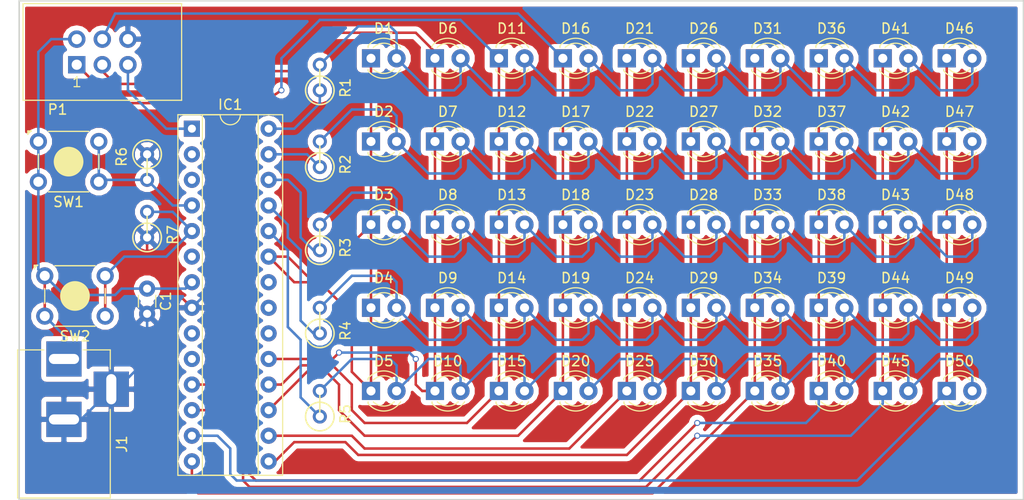
<source format=kicad_pcb>
(kicad_pcb (version 4) (host pcbnew 4.0.6)
  (layers (0 F.Cu signal) (31 B.Cu signal) (34 B.Paste user) (35 F.Paste user) (36 B.SilkS user) (37 F.SilkS user) (38 B.Mask user) (39 F.Mask user) (44 Edge.Cuts user))
  (net 0 "")
  (net 1 +5V)
  (net 2 GND)
  (net 3 col1)
  (net 4 "Net-(D1-Pad2)")
  (net 5 "Net-(D12-Pad2)")
  (net 6 "Net-(D13-Pad2)")
  (net 7 "Net-(D14-Pad2)")
  (net 8 "Net-(D10-Pad2)")
  (net 9 SCK)
  (net 10 MISO)
  (net 11 MOSI)
  (net 12 col5)
  (net 13 col6)
  (net 14 col7)
  (net 15 RST)
  (net 16 "Net-(IC1-Pad2)")
  (net 17 "Net-(IC1-Pad3)")
  (net 18 "Net-(IC1-Pad6)")
  (net 19 "Net-(IC1-Pad20)")
  (net 20 "Net-(IC1-Pad21)")
  (net 21 "Net-(IC1-Pad22)")
  (net 22 "Net-(IC1-Pad9)")
  (net 23 "Net-(IC1-Pad10)")
  (net 24 row5)
  (net 25 row4)
  (net 26 row3)
  (net 27 row2)
  (net 28 row1)
  (net 29 col8)
  (net 30 col9)
  (net 31 col10)
  (net 32 forward)
  (net 33 back)
  (module Connectors:IDC_Header_Straight_6pins (layer F.Cu) (at 60.325 39.37)
    (fp_text reference P1 (at -1.905 4.445) (layer F.SilkS))
    (fp_text value ICSP)
    (fp_text user 1 (at 0.02 1.72) (layer F.SilkS) (effects (font (thickness 0.12))))
    (pad 1 thru_hole rect (at 0 0) (size 1.7272 1.7272) (drill 1.016) (layers *.Cu *.Mask) (net 10 MISO))
    (pad 2 thru_hole oval (at 0 -2.54) (size 1.7272 1.7272) (drill 1.016) (layers *.Cu *.Mask) (net 1 +5V))
    (pad 3 thru_hole oval (at 2.54 0) (size 1.7272 1.7272) (drill 1.016) (layers *.Cu *.Mask) (net 9 SCK))
    (pad 4 thru_hole oval (at 2.54 -2.54) (size 1.7272 1.7272) (drill 1.016) (layers *.Cu *.Mask) (net 11 MOSI))
    (pad 5 thru_hole oval (at 5.08 0) (size 1.7272 1.7272) (drill 1.016) (layers *.Cu *.Mask) (net 15 RST))
    (pad 6 thru_hole oval (at 5.08 -2.54) (size 1.7272 1.7272) (drill 1.016) (layers *.Cu *.Mask) (net 2 GND))
  )
  (module LEDs:LED_D3.0mm (layer F.Cu) (at 89.535 38.735)
    (fp_text reference D1 (at 1.27 -2.96) (layer F.SilkS))
    (fp_text value LED)
    (pad 1 thru_hole rect (at 0 0) (size 1.8 1.8) (drill 0.9) (layers *.Cu *.Mask) (net 3 col1))
    (pad 2 thru_hole circle (at 2.54 0) (size 1.8 1.8) (drill 0.9) (layers *.Cu *.Mask) (net 4 "Net-(D1-Pad2)"))
  )
  (module LEDs:LED_D3.0mm (layer F.Cu) (at 89.535 46.99)
    (fp_text reference D2 (at 1.27 -2.96) (layer F.SilkS))
    (fp_text value LED)
    (pad 1 thru_hole rect (at 0 0) (size 1.8 1.8) (drill 0.9) (layers *.Cu *.Mask) (net 3 col1))
    (pad 2 thru_hole circle (at 2.54 0) (size 1.8 1.8) (drill 0.9) (layers *.Cu *.Mask) (net 5 "Net-(D12-Pad2)"))
  )
  (module LEDs:LED_D3.0mm (layer F.Cu) (at 89.535 55.245)
    (fp_text reference D3 (at 1.27 -2.96) (layer F.SilkS))
    (fp_text value LED)
    (pad 1 thru_hole rect (at 0 0) (size 1.8 1.8) (drill 0.9) (layers *.Cu *.Mask) (net 3 col1))
    (pad 2 thru_hole circle (at 2.54 0) (size 1.8 1.8) (drill 0.9) (layers *.Cu *.Mask) (net 6 "Net-(D13-Pad2)"))
  )
  (module LEDs:LED_D3.0mm (layer F.Cu) (at 89.535 63.5)
    (fp_text reference D4 (at 1.27 -2.96) (layer F.SilkS))
    (fp_text value LED)
    (pad 1 thru_hole rect (at 0 0) (size 1.8 1.8) (drill 0.9) (layers *.Cu *.Mask) (net 3 col1))
    (pad 2 thru_hole circle (at 2.54 0) (size 1.8 1.8) (drill 0.9) (layers *.Cu *.Mask) (net 7 "Net-(D14-Pad2)"))
  )
  (module LEDs:LED_D3.0mm (layer F.Cu) (at 89.535 71.755)
    (fp_text reference D5 (at 1.27 -2.96) (layer F.SilkS))
    (fp_text value LED)
    (pad 1 thru_hole rect (at 0 0) (size 1.8 1.8) (drill 0.9) (layers *.Cu *.Mask) (net 3 col1))
    (pad 2 thru_hole circle (at 2.54 0) (size 1.8 1.8) (drill 0.9) (layers *.Cu *.Mask) (net 8 "Net-(D10-Pad2)"))
  )
  (module LEDs:LED_D3.0mm (layer F.Cu) (at 95.885 38.735)
    (fp_text reference D6 (at 1.27 -2.96) (layer F.SilkS))
    (fp_text value LED)
    (pad 1 thru_hole rect (at 0 0) (size 1.8 1.8) (drill 0.9) (layers *.Cu *.Mask) (net 9 SCK))
    (pad 2 thru_hole circle (at 2.54 0) (size 1.8 1.8) (drill 0.9) (layers *.Cu *.Mask) (net 4 "Net-(D1-Pad2)"))
  )
  (module LEDs:LED_D3.0mm (layer F.Cu) (at 95.885 46.99)
    (fp_text reference D7 (at 1.27 -2.96) (layer F.SilkS))
    (fp_text value LED)
    (pad 1 thru_hole rect (at 0 0) (size 1.8 1.8) (drill 0.9) (layers *.Cu *.Mask) (net 9 SCK))
    (pad 2 thru_hole circle (at 2.54 0) (size 1.8 1.8) (drill 0.9) (layers *.Cu *.Mask) (net 5 "Net-(D12-Pad2)"))
  )
  (module LEDs:LED_D3.0mm (layer F.Cu) (at 95.885 55.245)
    (fp_text reference D8 (at 1.27 -2.96) (layer F.SilkS))
    (fp_text value LED)
    (pad 1 thru_hole rect (at 0 0) (size 1.8 1.8) (drill 0.9) (layers *.Cu *.Mask) (net 9 SCK))
    (pad 2 thru_hole circle (at 2.54 0) (size 1.8 1.8) (drill 0.9) (layers *.Cu *.Mask) (net 6 "Net-(D13-Pad2)"))
  )
  (module LEDs:LED_D3.0mm (layer F.Cu) (at 95.885 63.5)
    (fp_text reference D9 (at 1.27 -2.96) (layer F.SilkS))
    (fp_text value LED)
    (pad 1 thru_hole rect (at 0 0) (size 1.8 1.8) (drill 0.9) (layers *.Cu *.Mask) (net 9 SCK))
    (pad 2 thru_hole circle (at 2.54 0) (size 1.8 1.8) (drill 0.9) (layers *.Cu *.Mask) (net 7 "Net-(D14-Pad2)"))
  )
  (module LEDs:LED_D3.0mm (layer F.Cu) (at 95.885 71.755)
    (fp_text reference D10 (at 1.27 -2.96) (layer F.SilkS))
    (fp_text value LED)
    (pad 1 thru_hole rect (at 0 0) (size 1.8 1.8) (drill 0.9) (layers *.Cu *.Mask) (net 9 SCK))
    (pad 2 thru_hole circle (at 2.54 0) (size 1.8 1.8) (drill 0.9) (layers *.Cu *.Mask) (net 8 "Net-(D10-Pad2)"))
  )
  (module LEDs:LED_D3.0mm (layer F.Cu) (at 102.235 38.735)
    (fp_text reference D11 (at 1.27 -2.96) (layer F.SilkS))
    (fp_text value LED)
    (pad 1 thru_hole rect (at 0 0) (size 1.8 1.8) (drill 0.9) (layers *.Cu *.Mask) (net 10 MISO))
    (pad 2 thru_hole circle (at 2.54 0) (size 1.8 1.8) (drill 0.9) (layers *.Cu *.Mask) (net 4 "Net-(D1-Pad2)"))
  )
  (module LEDs:LED_D3.0mm (layer F.Cu) (at 102.235 46.99)
    (fp_text reference D12 (at 1.27 -2.96) (layer F.SilkS))
    (fp_text value LED)
    (pad 1 thru_hole rect (at 0 0) (size 1.8 1.8) (drill 0.9) (layers *.Cu *.Mask) (net 10 MISO))
    (pad 2 thru_hole circle (at 2.54 0) (size 1.8 1.8) (drill 0.9) (layers *.Cu *.Mask) (net 5 "Net-(D12-Pad2)"))
  )
  (module LEDs:LED_D3.0mm (layer F.Cu) (at 102.235 55.245)
    (fp_text reference D13 (at 1.27 -2.96) (layer F.SilkS))
    (fp_text value LED)
    (pad 1 thru_hole rect (at 0 0) (size 1.8 1.8) (drill 0.9) (layers *.Cu *.Mask) (net 10 MISO))
    (pad 2 thru_hole circle (at 2.54 0) (size 1.8 1.8) (drill 0.9) (layers *.Cu *.Mask) (net 6 "Net-(D13-Pad2)"))
  )
  (module LEDs:LED_D3.0mm (layer F.Cu) (at 102.235 63.5)
    (fp_text reference D14 (at 1.27 -2.96) (layer F.SilkS))
    (fp_text value LED)
    (pad 1 thru_hole rect (at 0 0) (size 1.8 1.8) (drill 0.9) (layers *.Cu *.Mask) (net 10 MISO))
    (pad 2 thru_hole circle (at 2.54 0) (size 1.8 1.8) (drill 0.9) (layers *.Cu *.Mask) (net 7 "Net-(D14-Pad2)"))
  )
  (module LEDs:LED_D3.0mm (layer F.Cu) (at 102.235 71.755)
    (fp_text reference D15 (at 1.27 -2.96) (layer F.SilkS))
    (fp_text value LED)
    (pad 1 thru_hole rect (at 0 0) (size 1.8 1.8) (drill 0.9) (layers *.Cu *.Mask) (net 10 MISO))
    (pad 2 thru_hole circle (at 2.54 0) (size 1.8 1.8) (drill 0.9) (layers *.Cu *.Mask) (net 8 "Net-(D10-Pad2)"))
  )
  (module LEDs:LED_D3.0mm (layer F.Cu) (at 108.585 38.735)
    (fp_text reference D16 (at 1.27 -2.96) (layer F.SilkS))
    (fp_text value LED)
    (pad 1 thru_hole rect (at 0 0) (size 1.8 1.8) (drill 0.9) (layers *.Cu *.Mask) (net 11 MOSI))
    (pad 2 thru_hole circle (at 2.54 0) (size 1.8 1.8) (drill 0.9) (layers *.Cu *.Mask) (net 4 "Net-(D1-Pad2)"))
  )
  (module LEDs:LED_D3.0mm (layer F.Cu) (at 108.585 46.99)
    (fp_text reference D17 (at 1.27 -2.96) (layer F.SilkS))
    (fp_text value LED)
    (pad 1 thru_hole rect (at 0 0) (size 1.8 1.8) (drill 0.9) (layers *.Cu *.Mask) (net 11 MOSI))
    (pad 2 thru_hole circle (at 2.54 0) (size 1.8 1.8) (drill 0.9) (layers *.Cu *.Mask) (net 5 "Net-(D12-Pad2)"))
  )
  (module LEDs:LED_D3.0mm (layer F.Cu) (at 108.585 55.245)
    (fp_text reference D18 (at 1.27 -2.96) (layer F.SilkS))
    (fp_text value LED)
    (pad 1 thru_hole rect (at 0 0) (size 1.8 1.8) (drill 0.9) (layers *.Cu *.Mask) (net 11 MOSI))
    (pad 2 thru_hole circle (at 2.54 0) (size 1.8 1.8) (drill 0.9) (layers *.Cu *.Mask) (net 6 "Net-(D13-Pad2)"))
  )
  (module LEDs:LED_D3.0mm (layer F.Cu) (at 108.585 63.5)
    (fp_text reference D19 (at 1.27 -2.96) (layer F.SilkS))
    (fp_text value LED)
    (pad 1 thru_hole rect (at 0 0) (size 1.8 1.8) (drill 0.9) (layers *.Cu *.Mask) (net 11 MOSI))
    (pad 2 thru_hole circle (at 2.54 0) (size 1.8 1.8) (drill 0.9) (layers *.Cu *.Mask) (net 7 "Net-(D14-Pad2)"))
  )
  (module LEDs:LED_D3.0mm (layer F.Cu) (at 108.585 71.755)
    (fp_text reference D20 (at 1.27 -2.96) (layer F.SilkS))
    (fp_text value LED)
    (pad 1 thru_hole rect (at 0 0) (size 1.8 1.8) (drill 0.9) (layers *.Cu *.Mask) (net 11 MOSI))
    (pad 2 thru_hole circle (at 2.54 0) (size 1.8 1.8) (drill 0.9) (layers *.Cu *.Mask) (net 8 "Net-(D10-Pad2)"))
  )
  (module LEDs:LED_D3.0mm (layer F.Cu) (at 114.935 38.735)
    (fp_text reference D21 (at 1.27 -2.96) (layer F.SilkS))
    (fp_text value LED)
    (pad 1 thru_hole rect (at 0 0) (size 1.8 1.8) (drill 0.9) (layers *.Cu *.Mask) (net 12 col5))
    (pad 2 thru_hole circle (at 2.54 0) (size 1.8 1.8) (drill 0.9) (layers *.Cu *.Mask) (net 4 "Net-(D1-Pad2)"))
  )
  (module LEDs:LED_D3.0mm (layer F.Cu) (at 114.935 46.99)
    (fp_text reference D22 (at 1.27 -2.96) (layer F.SilkS))
    (fp_text value LED)
    (pad 1 thru_hole rect (at 0 0) (size 1.8 1.8) (drill 0.9) (layers *.Cu *.Mask) (net 12 col5))
    (pad 2 thru_hole circle (at 2.54 0) (size 1.8 1.8) (drill 0.9) (layers *.Cu *.Mask) (net 5 "Net-(D12-Pad2)"))
  )
  (module LEDs:LED_D3.0mm (layer F.Cu) (at 114.935 55.245)
    (fp_text reference D23 (at 1.27 -2.96) (layer F.SilkS))
    (fp_text value LED)
    (pad 1 thru_hole rect (at 0 0) (size 1.8 1.8) (drill 0.9) (layers *.Cu *.Mask) (net 12 col5))
    (pad 2 thru_hole circle (at 2.54 0) (size 1.8 1.8) (drill 0.9) (layers *.Cu *.Mask) (net 6 "Net-(D13-Pad2)"))
  )
  (module LEDs:LED_D3.0mm (layer F.Cu) (at 114.935 63.5)
    (fp_text reference D24 (at 1.27 -2.96) (layer F.SilkS))
    (fp_text value LED)
    (pad 1 thru_hole rect (at 0 0) (size 1.8 1.8) (drill 0.9) (layers *.Cu *.Mask) (net 12 col5))
    (pad 2 thru_hole circle (at 2.54 0) (size 1.8 1.8) (drill 0.9) (layers *.Cu *.Mask) (net 7 "Net-(D14-Pad2)"))
  )
  (module LEDs:LED_D3.0mm (layer F.Cu) (at 114.935 71.755)
    (fp_text reference D25 (at 1.27 -2.96) (layer F.SilkS))
    (fp_text value LED)
    (pad 1 thru_hole rect (at 0 0) (size 1.8 1.8) (drill 0.9) (layers *.Cu *.Mask) (net 12 col5))
    (pad 2 thru_hole circle (at 2.54 0) (size 1.8 1.8) (drill 0.9) (layers *.Cu *.Mask) (net 8 "Net-(D10-Pad2)"))
  )
  (module LEDs:LED_D3.0mm (layer F.Cu) (at 121.285 38.735)
    (fp_text reference D26 (at 1.27 -2.96) (layer F.SilkS))
    (fp_text value LED)
    (pad 1 thru_hole rect (at 0 0) (size 1.8 1.8) (drill 0.9) (layers *.Cu *.Mask) (net 13 col6))
    (pad 2 thru_hole circle (at 2.54 0) (size 1.8 1.8) (drill 0.9) (layers *.Cu *.Mask) (net 4 "Net-(D1-Pad2)"))
  )
  (module LEDs:LED_D3.0mm (layer F.Cu) (at 121.285 46.99)
    (fp_text reference D27 (at 1.27 -2.96) (layer F.SilkS))
    (fp_text value LED)
    (pad 1 thru_hole rect (at 0 0) (size 1.8 1.8) (drill 0.9) (layers *.Cu *.Mask) (net 13 col6))
    (pad 2 thru_hole circle (at 2.54 0) (size 1.8 1.8) (drill 0.9) (layers *.Cu *.Mask) (net 5 "Net-(D12-Pad2)"))
  )
  (module LEDs:LED_D3.0mm (layer F.Cu) (at 121.285 55.245)
    (fp_text reference D28 (at 1.27 -2.96) (layer F.SilkS))
    (fp_text value LED)
    (pad 1 thru_hole rect (at 0 0) (size 1.8 1.8) (drill 0.9) (layers *.Cu *.Mask) (net 13 col6))
    (pad 2 thru_hole circle (at 2.54 0) (size 1.8 1.8) (drill 0.9) (layers *.Cu *.Mask) (net 6 "Net-(D13-Pad2)"))
  )
  (module LEDs:LED_D3.0mm (layer F.Cu) (at 121.285 63.5)
    (fp_text reference D29 (at 1.27 -2.96) (layer F.SilkS))
    (fp_text value LED)
    (pad 1 thru_hole rect (at 0 0) (size 1.8 1.8) (drill 0.9) (layers *.Cu *.Mask) (net 13 col6))
    (pad 2 thru_hole circle (at 2.54 0) (size 1.8 1.8) (drill 0.9) (layers *.Cu *.Mask) (net 7 "Net-(D14-Pad2)"))
  )
  (module LEDs:LED_D3.0mm (layer F.Cu) (at 121.285 71.755)
    (fp_text reference D30 (at 1.27 -2.96) (layer F.SilkS))
    (fp_text value LED)
    (pad 1 thru_hole rect (at 0 0) (size 1.8 1.8) (drill 0.9) (layers *.Cu *.Mask) (net 13 col6))
    (pad 2 thru_hole circle (at 2.54 0) (size 1.8 1.8) (drill 0.9) (layers *.Cu *.Mask) (net 8 "Net-(D10-Pad2)"))
  )
  (module LEDs:LED_D3.0mm (layer F.Cu) (at 127.635 38.735)
    (fp_text reference D31 (at 1.27 -2.96) (layer F.SilkS))
    (fp_text value LED)
    (pad 1 thru_hole rect (at 0 0) (size 1.8 1.8) (drill 0.9) (layers *.Cu *.Mask) (net 14 col7))
    (pad 2 thru_hole circle (at 2.54 0) (size 1.8 1.8) (drill 0.9) (layers *.Cu *.Mask) (net 4 "Net-(D1-Pad2)"))
  )
  (module LEDs:LED_D3.0mm (layer F.Cu) (at 127.635 46.99)
    (fp_text reference D32 (at 1.27 -2.96) (layer F.SilkS))
    (fp_text value LED)
    (pad 1 thru_hole rect (at 0 0) (size 1.8 1.8) (drill 0.9) (layers *.Cu *.Mask) (net 14 col7))
    (pad 2 thru_hole circle (at 2.54 0) (size 1.8 1.8) (drill 0.9) (layers *.Cu *.Mask) (net 5 "Net-(D12-Pad2)"))
  )
  (module LEDs:LED_D3.0mm (layer F.Cu) (at 127.635 55.245)
    (fp_text reference D33 (at 1.27 -2.96) (layer F.SilkS))
    (fp_text value LED)
    (pad 1 thru_hole rect (at 0 0) (size 1.8 1.8) (drill 0.9) (layers *.Cu *.Mask) (net 14 col7))
    (pad 2 thru_hole circle (at 2.54 0) (size 1.8 1.8) (drill 0.9) (layers *.Cu *.Mask) (net 6 "Net-(D13-Pad2)"))
  )
  (module LEDs:LED_D3.0mm (layer F.Cu) (at 127.635 63.5)
    (fp_text reference D34 (at 1.27 -2.96) (layer F.SilkS))
    (fp_text value LED)
    (pad 1 thru_hole rect (at 0 0) (size 1.8 1.8) (drill 0.9) (layers *.Cu *.Mask) (net 14 col7))
    (pad 2 thru_hole circle (at 2.54 0) (size 1.8 1.8) (drill 0.9) (layers *.Cu *.Mask) (net 7 "Net-(D14-Pad2)"))
  )
  (module LEDs:LED_D3.0mm (layer F.Cu) (at 127.635 71.755)
    (fp_text reference D35 (at 1.27 -2.96) (layer F.SilkS))
    (fp_text value LED)
    (pad 1 thru_hole rect (at 0 0) (size 1.8 1.8) (drill 0.9) (layers *.Cu *.Mask) (net 14 col7))
    (pad 2 thru_hole circle (at 2.54 0) (size 1.8 1.8) (drill 0.9) (layers *.Cu *.Mask) (net 8 "Net-(D10-Pad2)"))
  )
  (module LEDs:LED_D3.0mm (layer F.Cu) (at 133.985 38.735)
    (fp_text reference D36 (at 1.27 -2.96) (layer F.SilkS))
    (fp_text value LED)
    (pad 1 thru_hole rect (at 0 0) (size 1.8 1.8) (drill 0.9) (layers *.Cu *.Mask) (net 29 col8))
    (pad 2 thru_hole circle (at 2.54 0) (size 1.8 1.8) (drill 0.9) (layers *.Cu *.Mask) (net 4 "Net-(D1-Pad2)"))
  )
  (module LEDs:LED_D3.0mm (layer F.Cu) (at 133.985 46.99)
    (fp_text reference D37 (at 1.27 -2.96) (layer F.SilkS))
    (fp_text value LED)
    (pad 1 thru_hole rect (at 0 0) (size 1.8 1.8) (drill 0.9) (layers *.Cu *.Mask) (net 29 col8))
    (pad 2 thru_hole circle (at 2.54 0) (size 1.8 1.8) (drill 0.9) (layers *.Cu *.Mask) (net 5 "Net-(D12-Pad2)"))
  )
  (module LEDs:LED_D3.0mm (layer F.Cu) (at 133.985 55.245)
    (fp_text reference D38 (at 1.27 -2.96) (layer F.SilkS))
    (fp_text value LED)
    (pad 1 thru_hole rect (at 0 0) (size 1.8 1.8) (drill 0.9) (layers *.Cu *.Mask) (net 29 col8))
    (pad 2 thru_hole circle (at 2.54 0) (size 1.8 1.8) (drill 0.9) (layers *.Cu *.Mask) (net 6 "Net-(D13-Pad2)"))
  )
  (module LEDs:LED_D3.0mm (layer F.Cu) (at 133.985 63.5)
    (fp_text reference D39 (at 1.27 -2.96) (layer F.SilkS))
    (fp_text value LED)
    (pad 1 thru_hole rect (at 0 0) (size 1.8 1.8) (drill 0.9) (layers *.Cu *.Mask) (net 29 col8))
    (pad 2 thru_hole circle (at 2.54 0) (size 1.8 1.8) (drill 0.9) (layers *.Cu *.Mask) (net 7 "Net-(D14-Pad2)"))
  )
  (module LEDs:LED_D3.0mm (layer F.Cu) (at 133.985 71.755)
    (fp_text reference D40 (at 1.27 -2.96) (layer F.SilkS))
    (fp_text value LED)
    (pad 1 thru_hole rect (at 0 0) (size 1.8 1.8) (drill 0.9) (layers *.Cu *.Mask) (net 29 col8))
    (pad 2 thru_hole circle (at 2.54 0) (size 1.8 1.8) (drill 0.9) (layers *.Cu *.Mask) (net 8 "Net-(D10-Pad2)"))
  )
  (module LEDs:LED_D3.0mm (layer F.Cu) (at 140.335 38.735)
    (fp_text reference D41 (at 1.27 -2.96) (layer F.SilkS))
    (fp_text value LED)
    (pad 1 thru_hole rect (at 0 0) (size 1.8 1.8) (drill 0.9) (layers *.Cu *.Mask) (net 30 col9))
    (pad 2 thru_hole circle (at 2.54 0) (size 1.8 1.8) (drill 0.9) (layers *.Cu *.Mask) (net 4 "Net-(D1-Pad2)"))
  )
  (module LEDs:LED_D3.0mm (layer F.Cu) (at 140.335 46.99)
    (fp_text reference D42 (at 1.27 -2.96) (layer F.SilkS))
    (fp_text value LED)
    (pad 1 thru_hole rect (at 0 0) (size 1.8 1.8) (drill 0.9) (layers *.Cu *.Mask) (net 30 col9))
    (pad 2 thru_hole circle (at 2.54 0) (size 1.8 1.8) (drill 0.9) (layers *.Cu *.Mask) (net 5 "Net-(D12-Pad2)"))
  )
  (module LEDs:LED_D3.0mm (layer F.Cu) (at 140.335 55.245)
    (fp_text reference D43 (at 1.27 -2.96) (layer F.SilkS))
    (fp_text value LED)
    (pad 1 thru_hole rect (at 0 0) (size 1.8 1.8) (drill 0.9) (layers *.Cu *.Mask) (net 30 col9))
    (pad 2 thru_hole circle (at 2.54 0) (size 1.8 1.8) (drill 0.9) (layers *.Cu *.Mask) (net 6 "Net-(D13-Pad2)"))
  )
  (module LEDs:LED_D3.0mm (layer F.Cu) (at 140.335 63.5)
    (fp_text reference D44 (at 1.27 -2.96) (layer F.SilkS))
    (fp_text value LED)
    (pad 1 thru_hole rect (at 0 0) (size 1.8 1.8) (drill 0.9) (layers *.Cu *.Mask) (net 30 col9))
    (pad 2 thru_hole circle (at 2.54 0) (size 1.8 1.8) (drill 0.9) (layers *.Cu *.Mask) (net 7 "Net-(D14-Pad2)"))
  )
  (module LEDs:LED_D3.0mm (layer F.Cu) (at 140.335 71.755)
    (fp_text reference D45 (at 1.27 -2.96) (layer F.SilkS))
    (fp_text value LED)
    (pad 1 thru_hole rect (at 0 0) (size 1.8 1.8) (drill 0.9) (layers *.Cu *.Mask) (net 30 col9))
    (pad 2 thru_hole circle (at 2.54 0) (size 1.8 1.8) (drill 0.9) (layers *.Cu *.Mask) (net 8 "Net-(D10-Pad2)"))
  )
  (module LEDs:LED_D3.0mm (layer F.Cu) (at 146.685 38.735)
    (fp_text reference D46 (at 1.27 -2.96) (layer F.SilkS))
    (fp_text value LED)
    (pad 1 thru_hole rect (at 0 0) (size 1.8 1.8) (drill 0.9) (layers *.Cu *.Mask) (net 31 col10))
    (pad 2 thru_hole circle (at 2.54 0) (size 1.8 1.8) (drill 0.9) (layers *.Cu *.Mask) (net 4 "Net-(D1-Pad2)"))
  )
  (module LEDs:LED_D3.0mm (layer F.Cu) (at 146.685 46.99)
    (fp_text reference D47 (at 1.27 -2.96) (layer F.SilkS))
    (fp_text value LED)
    (pad 1 thru_hole rect (at 0 0) (size 1.8 1.8) (drill 0.9) (layers *.Cu *.Mask) (net 31 col10))
    (pad 2 thru_hole circle (at 2.54 0) (size 1.8 1.8) (drill 0.9) (layers *.Cu *.Mask) (net 5 "Net-(D12-Pad2)"))
  )
  (module LEDs:LED_D3.0mm (layer F.Cu) (at 146.685 55.245)
    (fp_text reference D48 (at 1.27 -2.96) (layer F.SilkS))
    (fp_text value LED)
    (pad 1 thru_hole rect (at 0 0) (size 1.8 1.8) (drill 0.9) (layers *.Cu *.Mask) (net 31 col10))
    (pad 2 thru_hole circle (at 2.54 0) (size 1.8 1.8) (drill 0.9) (layers *.Cu *.Mask) (net 6 "Net-(D13-Pad2)"))
  )
  (module LEDs:LED_D3.0mm (layer F.Cu) (at 146.685 63.5)
    (fp_text reference D49 (at 1.27 -2.96) (layer F.SilkS))
    (fp_text value LED)
    (pad 1 thru_hole rect (at 0 0) (size 1.8 1.8) (drill 0.9) (layers *.Cu *.Mask) (net 31 col10))
    (pad 2 thru_hole circle (at 2.54 0) (size 1.8 1.8) (drill 0.9) (layers *.Cu *.Mask) (net 7 "Net-(D14-Pad2)"))
  )
  (module LEDs:LED_D3.0mm (layer F.Cu) (at 146.685 71.755)
    (fp_text reference D50 (at 1.27 -2.96) (layer F.SilkS))
    (fp_text value LED)
    (pad 1 thru_hole rect (at 0 0) (size 1.8 1.8) (drill 0.9) (layers *.Cu *.Mask) (net 31 col10))
    (pad 2 thru_hole circle (at 2.54 0) (size 1.8 1.8) (drill 0.9) (layers *.Cu *.Mask) (net 8 "Net-(D10-Pad2)"))
  )
  (module Housings_DIP:DIP-28_W7.62mm_Socket (layer F.Cu) (at 71.755 45.72)
    (fp_text reference IC1 (at 3.81 -2.39) (layer F.SilkS))
    (fp_text value ATMEGA8-P)
    (pad 1 thru_hole rect (at 0 0) (size 1.6 1.6) (drill 0.8) (layers *.Cu *.Mask) (net 15 RST))
    (pad 15 thru_hole oval (at 7.62 33.02) (size 1.6 1.6) (drill 0.8) (layers *.Cu *.Mask) (net 13 col6))
    (pad 2 thru_hole oval (at 0 2.54) (size 1.6 1.6) (drill 0.8) (layers *.Cu *.Mask) (net 16 "Net-(IC1-Pad2)"))
    (pad 16 thru_hole oval (at 7.62 30.48) (size 1.6 1.6) (drill 0.8) (layers *.Cu *.Mask) (net 12 col5))
    (pad 3 thru_hole oval (at 0 5.08) (size 1.6 1.6) (drill 0.8) (layers *.Cu *.Mask) (net 17 "Net-(IC1-Pad3)"))
    (pad 17 thru_hole oval (at 7.62 27.94) (size 1.6 1.6) (drill 0.8) (layers *.Cu *.Mask) (net 11 MOSI))
    (pad 4 thru_hole oval (at 0 7.62) (size 1.6 1.6) (drill 0.8) (layers *.Cu *.Mask) (net 32 forward))
    (pad 18 thru_hole oval (at 7.62 25.4) (size 1.6 1.6) (drill 0.8) (layers *.Cu *.Mask) (net 10 MISO))
    (pad 5 thru_hole oval (at 0 10.16) (size 1.6 1.6) (drill 0.8) (layers *.Cu *.Mask) (net 33 back))
    (pad 19 thru_hole oval (at 7.62 22.86) (size 1.6 1.6) (drill 0.8) (layers *.Cu *.Mask) (net 9 SCK))
    (pad 6 thru_hole oval (at 0 12.7) (size 1.6 1.6) (drill 0.8) (layers *.Cu *.Mask) (net 18 "Net-(IC1-Pad6)"))
    (pad 20 thru_hole oval (at 7.62 20.32) (size 1.6 1.6) (drill 0.8) (layers *.Cu *.Mask) (net 19 "Net-(IC1-Pad20)"))
    (pad 7 thru_hole oval (at 0 15.24) (size 1.6 1.6) (drill 0.8) (layers *.Cu *.Mask) (net 1 +5V))
    (pad 21 thru_hole oval (at 7.62 17.78) (size 1.6 1.6) (drill 0.8) (layers *.Cu *.Mask) (net 20 "Net-(IC1-Pad21)"))
    (pad 8 thru_hole oval (at 0 17.78) (size 1.6 1.6) (drill 0.8) (layers *.Cu *.Mask) (net 2 GND))
    (pad 22 thru_hole oval (at 7.62 15.24) (size 1.6 1.6) (drill 0.8) (layers *.Cu *.Mask) (net 21 "Net-(IC1-Pad22)"))
    (pad 9 thru_hole oval (at 0 20.32) (size 1.6 1.6) (drill 0.8) (layers *.Cu *.Mask) (net 22 "Net-(IC1-Pad9)"))
    (pad 23 thru_hole oval (at 7.62 12.7) (size 1.6 1.6) (drill 0.8) (layers *.Cu *.Mask) (net 3 col1))
    (pad 10 thru_hole oval (at 0 22.86) (size 1.6 1.6) (drill 0.8) (layers *.Cu *.Mask) (net 23 "Net-(IC1-Pad10)"))
    (pad 24 thru_hole oval (at 7.62 10.16) (size 1.6 1.6) (drill 0.8) (layers *.Cu *.Mask) (net 24 row5))
    (pad 11 thru_hole oval (at 0 25.4) (size 1.6 1.6) (drill 0.8) (layers *.Cu *.Mask) (net 29 col8))
    (pad 25 thru_hole oval (at 7.62 7.62) (size 1.6 1.6) (drill 0.8) (layers *.Cu *.Mask) (net 25 row4))
    (pad 12 thru_hole oval (at 0 27.94) (size 1.6 1.6) (drill 0.8) (layers *.Cu *.Mask) (net 30 col9))
    (pad 26 thru_hole oval (at 7.62 5.08) (size 1.6 1.6) (drill 0.8) (layers *.Cu *.Mask) (net 26 row3))
    (pad 13 thru_hole oval (at 0 30.48) (size 1.6 1.6) (drill 0.8) (layers *.Cu *.Mask) (net 31 col10))
    (pad 27 thru_hole oval (at 7.62 2.54) (size 1.6 1.6) (drill 0.8) (layers *.Cu *.Mask) (net 27 row2))
    (pad 14 thru_hole oval (at 0 33.02) (size 1.6 1.6) (drill 0.8) (layers *.Cu *.Mask) (net 14 col7))
    (pad 28 thru_hole oval (at 7.62 0) (size 1.6 1.6) (drill 0.8) (layers *.Cu *.Mask) (net 28 row1))
  )
  (module Buttons_Switches_THT:SW_TH_Tactile_Omron_B3F-10xx (layer F.Cu) (at 56.515 46.99)
    (fp_text reference SW1 (at 3 6) (layer F.SilkS))
    (fp_text value next)
    (pad 4 thru_hole circle (at 6 4) (size 1.7 1.7) (drill 1) (layers *.Cu *.Mask) (net 32 forward))
    (pad 3 thru_hole circle (at 0 4) (size 1.7 1.7) (drill 1) (layers *.Cu *.Mask) (net 1 +5V))
    (pad 2 thru_hole circle (at 6 0) (size 1.7 1.7) (drill 1) (layers *.Cu *.Mask) (net 32 forward))
    (pad 1 thru_hole circle (at 0 0) (size 1.7 1.7) (drill 1) (layers *.Cu *.Mask) (net 1 +5V))
  )
  (module Buttons_Switches_THT:SW_TH_Tactile_Omron_B3F-10xx (layer F.Cu) (at 57.15 60.325)
    (fp_text reference SW2 (at 3 6) (layer F.SilkS))
    (fp_text value prev)
    (pad 4 thru_hole circle (at 6 4) (size 1.7 1.7) (drill 1) (layers *.Cu *.Mask) (net 33 back))
    (pad 3 thru_hole circle (at 0 4) (size 1.7 1.7) (drill 1) (layers *.Cu *.Mask) (net 1 +5V))
    (pad 2 thru_hole circle (at 6 0) (size 1.7 1.7) (drill 1) (layers *.Cu *.Mask) (net 33 back))
    (pad 1 thru_hole circle (at 0 0) (size 1.7 1.7) (drill 1) (layers *.Cu *.Mask) (net 1 +5V))
  )
  (module Discret:R1 (layer F.Cu) (at 84.455 40.64 90)
    (fp_text reference R1 (at -1.016 2.54 90) (layer F.SilkS))
    (fp_text value 220)
    (pad 1 thru_hole circle (at -1.27 0 90) (size 1.397 1.397) (drill 0.8128) (layers *.Cu *.Mask) (net 28 row1))
    (pad 2 thru_hole circle (at 1.27 0 90) (size 1.397 1.397) (drill 0.8128) (layers *.Cu *.Mask) (net 4 "Net-(D1-Pad2)"))
  )
  (module Discret:R1 (layer F.Cu) (at 84.455 48.26 90)
    (fp_text reference R2 (at -1.016 2.54 90) (layer F.SilkS))
    (fp_text value 220)
    (pad 1 thru_hole circle (at -1.27 0 90) (size 1.397 1.397) (drill 0.8128) (layers *.Cu *.Mask) (net 27 row2))
    (pad 2 thru_hole circle (at 1.27 0 90) (size 1.397 1.397) (drill 0.8128) (layers *.Cu *.Mask) (net 5 "Net-(D12-Pad2)"))
  )
  (module Discret:R1 (layer F.Cu) (at 84.455 56.515 90)
    (fp_text reference R3 (at -1.016 2.54 90) (layer F.SilkS))
    (fp_text value 220)
    (pad 1 thru_hole circle (at -1.27 0 90) (size 1.397 1.397) (drill 0.8128) (layers *.Cu *.Mask) (net 26 row3))
    (pad 2 thru_hole circle (at 1.27 0 90) (size 1.397 1.397) (drill 0.8128) (layers *.Cu *.Mask) (net 6 "Net-(D13-Pad2)"))
  )
  (module Discret:R1 (layer F.Cu) (at 84.455 64.77 90)
    (fp_text reference R4 (at -1.016 2.54 90) (layer F.SilkS))
    (fp_text value 220)
    (pad 1 thru_hole circle (at -1.27 0 90) (size 1.397 1.397) (drill 0.8128) (layers *.Cu *.Mask) (net 25 row4))
    (pad 2 thru_hole circle (at 1.27 0 90) (size 1.397 1.397) (drill 0.8128) (layers *.Cu *.Mask) (net 7 "Net-(D14-Pad2)"))
  )
  (module Discret:R1 (layer F.Cu) (at 84.455 73.025 90)
    (fp_text reference R5 (at -1.016 2.54 90) (layer F.SilkS))
    (fp_text value 220)
    (pad 1 thru_hole circle (at -1.27 0 90) (size 1.397 1.397) (drill 0.8128) (layers *.Cu *.Mask) (net 24 row5))
    (pad 2 thru_hole circle (at 1.27 0 90) (size 1.397 1.397) (drill 0.8128) (layers *.Cu *.Mask) (net 8 "Net-(D10-Pad2)"))
  )
  (module Discret:R1 (layer F.Cu) (at 67.31 49.53 270)
    (fp_text reference R6 (at -1.016 2.54 270) (layer F.SilkS))
    (fp_text value 1k)
    (pad 1 thru_hole circle (at -1.27 0 270) (size 1.397 1.397) (drill 0.8128) (layers *.Cu *.Mask) (net 2 GND))
    (pad 2 thru_hole circle (at 1.27 0 270) (size 1.397 1.397) (drill 0.8128) (layers *.Cu *.Mask) (net 32 forward))
  )
  (module Discret:R1 (layer F.Cu) (at 67.31 55.245 90)
    (fp_text reference R7 (at -1.016 2.54 90) (layer F.SilkS))
    (fp_text value 1k)
    (pad 1 thru_hole circle (at -1.27 0 90) (size 1.397 1.397) (drill 0.8128) (layers *.Cu *.Mask) (net 2 GND))
    (pad 2 thru_hole circle (at 1.27 0 90) (size 1.397 1.397) (drill 0.8128) (layers *.Cu *.Mask) (net 33 back))
  )
  (module Capacitors_THT:C_Disc_D3.0mm_W1.6mm_P2.50mm (layer F.Cu) (at 67.31 61.595 270)
    (fp_text reference C1 (at 1.25 -1.86 270) (layer F.SilkS))
    (fp_text value 0.1uF)
    (pad 1 thru_hole circle (at 0 0 270) (size 1.6 1.6) (drill 0.8) (layers *.Cu *.Mask) (net 1 +5V))
    (pad 2 thru_hole circle (at 2.5 0 270) (size 1.6 1.6) (drill 0.8) (layers *.Cu *.Mask) (net 2 GND))
  )
  (module Connectors:BARREL_JACK (layer F.Cu) (at 59.055 68.58 90)
    (fp_text reference J1 (at -8.45 5.75 270) (layer F.SilkS))
    (fp_text value BARREL_JACK)
    (pad 1 thru_hole rect (at 0 0 90) (size 3.5 3.5) (drill oval 1 3) (layers *.Cu *.Mask) (net 1 +5V))
    (pad 2 thru_hole rect (at -6 0 90) (size 3.5 3.5) (drill oval 1 3) (layers *.Cu *.Mask) (net 2 GND))
    (pad 3 thru_hole rect (at -3 4.7 90) (size 3.5 3.5) (drill oval 3 1) (layers *.Cu *.Mask) (net 2 GND))
  )
  (gr_line (start 54.61 82.55) (end 54.61 33.02) (angle 90) (layer Edge.Cuts) (width 0.15))
  (gr_line (start 154.305 82.55) (end 54.61 82.55) (angle 90) (layer Edge.Cuts) (width 0.15))
  (gr_line (start 154.305 33.02) (end 154.305 82.55) (angle 90) (layer Edge.Cuts) (width 0.15))
  (gr_line (start 54.61 33.02) (end 154.305 33.02) (angle 90) (layer Edge.Cuts) (width 0.15))
  (segment (start 60.325 36.83) (end 57.785 36.83) (width 0.25) (layer B.Cu) (net 1))
  (segment (start 57.785 36.83) (end 56.515 38.1) (width 0.25) (layer B.Cu) (net 1))
  (segment (start 59.055 68.58) (end 59.055 66.23) (width 0.25) (layer B.Cu) (net 1))
  (segment (start 59.055 66.23) (end 57.15 64.325) (width 0.25) (layer B.Cu) (net 1))
  (segment (start 56.515 46.99) (end 56.515 38.1) (width 0.25) (layer B.Cu) (net 1))
  (segment (start 56.515 50.99) (end 56.515 59.69) (width 0.25) (layer B.Cu) (net 1))
  (segment (start 56.515 59.69) (end 57.15 60.325) (width 0.25) (layer B.Cu) (net 1))
  (segment (start 56.515 50.99) (end 56.515 46.99) (width 0.25) (layer B.Cu) (net 1))
  (segment (start 57.15 60.325) (end 57.15 64.325) (width 0.25) (layer F.Cu) (net 1))
  (segment (start 67.31 61.595) (end 64.77 61.595) (width 0.25) (layer B.Cu) (net 1))
  (segment (start 64.77 61.595) (end 64.135 62.23) (width 0.25) (layer B.Cu) (net 1))
  (segment (start 64.135 62.23) (end 59.055 62.23) (width 0.25) (layer B.Cu) (net 1))
  (segment (start 59.055 62.23) (end 57.15 60.325) (width 0.25) (layer B.Cu) (net 1))
  (segment (start 67.31 61.595) (end 71.12 61.595) (width 0.25) (layer B.Cu) (net 1))
  (segment (start 71.12 61.595) (end 71.755 60.96) (width 0.25) (layer B.Cu) (net 1))
  (segment (start 65.405 36.83) (end 69.215 36.83) (width 0.25) (layer B.Cu) (net 2))
  (segment (start 63.755 71.58) (end 64.31 71.58) (width 0.25) (layer B.Cu) (net 2))
  (segment (start 64.31 71.58) (end 67.31 68.58) (width 0.25) (layer B.Cu) (net 2))
  (segment (start 67.31 68.58) (end 67.31 64.095) (width 0.25) (layer B.Cu) (net 2))
  (segment (start 59.055 74.58) (end 60.755 74.58) (width 0.25) (layer B.Cu) (net 2))
  (segment (start 60.755 74.58) (end 63.755 71.58) (width 0.25) (layer B.Cu) (net 2))
  (segment (start 74.295 60.96) (end 71.755 63.5) (width 0.25) (layer B.Cu) (net 2))
  (segment (start 74.295 41.91) (end 74.295 60.96) (width 0.25) (layer B.Cu) (net 2))
  (segment (start 69.215 36.83) (end 74.295 41.91) (width 0.25) (layer B.Cu) (net 2))
  (segment (start 65.405 36.83) (end 66.04 36.83) (width 0.25) (layer B.Cu) (net 2))
  (segment (start 67.31 56.515) (end 69.215 54.61) (width 0.25) (layer F.Cu) (net 2))
  (segment (start 69.215 50.165) (end 67.31 48.26) (width 0.25) (layer F.Cu) (net 2))
  (segment (start 69.215 54.61) (end 69.215 50.165) (width 0.25) (layer F.Cu) (net 2))
  (segment (start 67.31 56.515) (end 67.31 58.42) (width 0.25) (layer F.Cu) (net 2))
  (segment (start 67.31 58.42) (end 69.215 60.325) (width 0.25) (layer F.Cu) (net 2))
  (segment (start 69.215 60.325) (end 69.215 60.96) (width 0.25) (layer F.Cu) (net 2))
  (segment (start 69.215 60.96) (end 71.755 63.5) (width 0.25) (layer F.Cu) (net 2))
  (segment (start 71.755 63.5) (end 67.905 63.5) (width 0.25) (layer B.Cu) (net 2))
  (segment (start 67.905 63.5) (end 67.31 64.095) (width 0.25) (layer B.Cu) (net 2))
  (segment (start 79.375 58.42) (end 81.28 60.325) (width 0.25) (layer F.Cu) (net 3))
  (segment (start 87.63 69.85) (end 89.535 71.755) (width 0.25) (layer F.Cu) (net 3))
  (segment (start 87.63 64.135) (end 87.63 69.85) (width 0.25) (layer F.Cu) (net 3))
  (segment (start 84.455 60.96) (end 87.63 64.135) (width 0.25) (layer F.Cu) (net 3))
  (segment (start 81.915 60.96) (end 84.455 60.96) (width 0.25) (layer F.Cu) (net 3))
  (segment (start 81.28 60.325) (end 81.915 60.96) (width 0.25) (layer F.Cu) (net 3))
  (segment (start 79.375 58.42) (end 81.28 58.42) (width 0.25) (layer F.Cu) (net 3))
  (segment (start 84.455 60.325) (end 89.535 55.245) (width 0.25) (layer F.Cu) (net 3))
  (segment (start 83.185 60.325) (end 84.455 60.325) (width 0.25) (layer F.Cu) (net 3))
  (segment (start 81.28 58.42) (end 83.185 60.325) (width 0.25) (layer F.Cu) (net 3))
  (segment (start 89.535 38.735) (end 89.535 46.99) (width 0.25) (layer F.Cu) (net 3))
  (segment (start 89.535 46.99) (end 89.535 55.245) (width 0.25) (layer F.Cu) (net 3))
  (segment (start 89.535 55.245) (end 89.535 63.5) (width 0.25) (layer F.Cu) (net 3))
  (segment (start 89.535 63.5) (end 89.535 71.755) (width 0.25) (layer F.Cu) (net 3))
  (segment (start 92.075 38.735) (end 92.075 36.195) (width 0.25) (layer B.Cu) (net 4))
  (segment (start 88.265 35.56) (end 84.455 39.37) (width 0.25) (layer B.Cu) (net 4))
  (segment (start 91.44 35.56) (end 88.265 35.56) (width 0.25) (layer B.Cu) (net 4))
  (segment (start 92.075 36.195) (end 91.44 35.56) (width 0.25) (layer B.Cu) (net 4))
  (segment (start 98.425 38.735) (end 98.425 40.64) (width 0.25) (layer B.Cu) (net 4))
  (segment (start 95.25 41.91) (end 92.075 38.735) (width 0.25) (layer B.Cu) (net 4))
  (segment (start 97.79 41.91) (end 95.25 41.91) (width 0.25) (layer B.Cu) (net 4))
  (segment (start 98.425 41.275) (end 97.79 41.91) (width 0.25) (layer B.Cu) (net 4))
  (segment (start 98.425 40.64) (end 98.425 41.275) (width 0.25) (layer B.Cu) (net 4))
  (segment (start 104.775 38.735) (end 104.775 41.275) (width 0.25) (layer B.Cu) (net 4))
  (segment (start 101.6 41.91) (end 98.425 38.735) (width 0.25) (layer B.Cu) (net 4))
  (segment (start 104.14 41.91) (end 101.6 41.91) (width 0.25) (layer B.Cu) (net 4))
  (segment (start 104.775 41.275) (end 104.14 41.91) (width 0.25) (layer B.Cu) (net 4))
  (segment (start 111.125 38.735) (end 111.125 41.275) (width 0.25) (layer B.Cu) (net 4))
  (segment (start 107.95 41.91) (end 104.775 38.735) (width 0.25) (layer B.Cu) (net 4))
  (segment (start 110.49 41.91) (end 107.95 41.91) (width 0.25) (layer B.Cu) (net 4))
  (segment (start 111.125 41.275) (end 110.49 41.91) (width 0.25) (layer B.Cu) (net 4))
  (segment (start 117.475 38.735) (end 117.475 41.275) (width 0.25) (layer B.Cu) (net 4))
  (segment (start 114.3 41.91) (end 111.125 38.735) (width 0.25) (layer B.Cu) (net 4))
  (segment (start 116.84 41.91) (end 114.3 41.91) (width 0.25) (layer B.Cu) (net 4))
  (segment (start 117.475 41.275) (end 116.84 41.91) (width 0.25) (layer B.Cu) (net 4))
  (segment (start 123.825 38.735) (end 123.825 41.275) (width 0.25) (layer B.Cu) (net 4))
  (segment (start 120.65 41.91) (end 117.475 38.735) (width 0.25) (layer B.Cu) (net 4))
  (segment (start 123.19 41.91) (end 120.65 41.91) (width 0.25) (layer B.Cu) (net 4))
  (segment (start 123.825 41.275) (end 123.19 41.91) (width 0.25) (layer B.Cu) (net 4))
  (segment (start 130.175 38.735) (end 130.175 41.275) (width 0.25) (layer B.Cu) (net 4))
  (segment (start 127 41.91) (end 123.825 38.735) (width 0.25) (layer B.Cu) (net 4))
  (segment (start 129.54 41.91) (end 127 41.91) (width 0.25) (layer B.Cu) (net 4))
  (segment (start 130.175 41.275) (end 129.54 41.91) (width 0.25) (layer B.Cu) (net 4))
  (segment (start 136.525 38.735) (end 136.525 41.275) (width 0.25) (layer B.Cu) (net 4))
  (segment (start 133.35 41.91) (end 130.175 38.735) (width 0.25) (layer B.Cu) (net 4))
  (segment (start 135.89 41.91) (end 133.35 41.91) (width 0.25) (layer B.Cu) (net 4))
  (segment (start 136.525 41.275) (end 135.89 41.91) (width 0.25) (layer B.Cu) (net 4))
  (segment (start 142.875 38.735) (end 142.875 41.275) (width 0.25) (layer B.Cu) (net 4))
  (segment (start 139.7 41.91) (end 136.525 38.735) (width 0.25) (layer B.Cu) (net 4))
  (segment (start 142.24 41.91) (end 139.7 41.91) (width 0.25) (layer B.Cu) (net 4))
  (segment (start 142.875 41.275) (end 142.24 41.91) (width 0.25) (layer B.Cu) (net 4))
  (segment (start 149.225 38.735) (end 149.225 41.275) (width 0.25) (layer B.Cu) (net 4))
  (segment (start 146.05 41.91) (end 142.875 38.735) (width 0.25) (layer B.Cu) (net 4))
  (segment (start 148.59 41.91) (end 146.05 41.91) (width 0.25) (layer B.Cu) (net 4))
  (segment (start 149.225 41.275) (end 148.59 41.91) (width 0.25) (layer B.Cu) (net 4))
  (segment (start 92.075 46.99) (end 92.075 44.45) (width 0.25) (layer B.Cu) (net 5))
  (segment (start 87.63 43.815) (end 84.455 46.99) (width 0.25) (layer B.Cu) (net 5))
  (segment (start 91.44 43.815) (end 87.63 43.815) (width 0.25) (layer B.Cu) (net 5))
  (segment (start 92.075 44.45) (end 91.44 43.815) (width 0.25) (layer B.Cu) (net 5))
  (segment (start 98.425 46.99) (end 98.425 49.53) (width 0.25) (layer B.Cu) (net 5))
  (segment (start 95.25 50.165) (end 92.075 46.99) (width 0.25) (layer B.Cu) (net 5))
  (segment (start 97.79 50.165) (end 95.25 50.165) (width 0.25) (layer B.Cu) (net 5))
  (segment (start 98.425 49.53) (end 97.79 50.165) (width 0.25) (layer B.Cu) (net 5))
  (segment (start 104.775 46.99) (end 104.775 49.53) (width 0.25) (layer B.Cu) (net 5))
  (segment (start 101.6 50.165) (end 98.425 46.99) (width 0.25) (layer B.Cu) (net 5))
  (segment (start 104.14 50.165) (end 101.6 50.165) (width 0.25) (layer B.Cu) (net 5))
  (segment (start 104.775 49.53) (end 104.14 50.165) (width 0.25) (layer B.Cu) (net 5))
  (segment (start 111.125 46.99) (end 111.125 49.53) (width 0.25) (layer B.Cu) (net 5))
  (segment (start 107.95 50.165) (end 104.775 46.99) (width 0.25) (layer B.Cu) (net 5))
  (segment (start 110.49 50.165) (end 107.95 50.165) (width 0.25) (layer B.Cu) (net 5))
  (segment (start 111.125 49.53) (end 110.49 50.165) (width 0.25) (layer B.Cu) (net 5))
  (segment (start 117.475 46.99) (end 117.475 49.53) (width 0.25) (layer B.Cu) (net 5))
  (segment (start 114.3 50.165) (end 111.125 46.99) (width 0.25) (layer B.Cu) (net 5))
  (segment (start 116.84 50.165) (end 114.3 50.165) (width 0.25) (layer B.Cu) (net 5))
  (segment (start 117.475 49.53) (end 116.84 50.165) (width 0.25) (layer B.Cu) (net 5))
  (segment (start 123.825 46.99) (end 123.825 49.53) (width 0.25) (layer B.Cu) (net 5))
  (segment (start 120.65 50.165) (end 117.475 46.99) (width 0.25) (layer B.Cu) (net 5))
  (segment (start 123.19 50.165) (end 120.65 50.165) (width 0.25) (layer B.Cu) (net 5))
  (segment (start 123.825 49.53) (end 123.19 50.165) (width 0.25) (layer B.Cu) (net 5))
  (segment (start 130.175 46.99) (end 130.175 49.53) (width 0.25) (layer B.Cu) (net 5))
  (segment (start 127 50.165) (end 123.825 46.99) (width 0.25) (layer B.Cu) (net 5))
  (segment (start 129.54 50.165) (end 127 50.165) (width 0.25) (layer B.Cu) (net 5))
  (segment (start 130.175 49.53) (end 129.54 50.165) (width 0.25) (layer B.Cu) (net 5))
  (segment (start 136.525 46.99) (end 136.525 49.53) (width 0.25) (layer B.Cu) (net 5))
  (segment (start 133.35 50.165) (end 130.175 46.99) (width 0.25) (layer B.Cu) (net 5))
  (segment (start 135.89 50.165) (end 133.35 50.165) (width 0.25) (layer B.Cu) (net 5))
  (segment (start 136.525 49.53) (end 135.89 50.165) (width 0.25) (layer B.Cu) (net 5))
  (segment (start 142.875 46.99) (end 142.875 48.895) (width 0.25) (layer B.Cu) (net 5))
  (segment (start 139.7 50.165) (end 136.525 46.99) (width 0.25) (layer B.Cu) (net 5))
  (segment (start 141.605 50.165) (end 139.7 50.165) (width 0.25) (layer B.Cu) (net 5))
  (segment (start 142.875 48.895) (end 141.605 50.165) (width 0.25) (layer B.Cu) (net 5))
  (segment (start 149.225 46.99) (end 149.225 49.53) (width 0.25) (layer B.Cu) (net 5))
  (segment (start 146.05 50.165) (end 142.875 46.99) (width 0.25) (layer B.Cu) (net 5))
  (segment (start 148.59 50.165) (end 146.05 50.165) (width 0.25) (layer B.Cu) (net 5))
  (segment (start 149.225 49.53) (end 148.59 50.165) (width 0.25) (layer B.Cu) (net 5))
  (segment (start 92.075 55.245) (end 92.075 52.705) (width 0.25) (layer B.Cu) (net 6))
  (segment (start 87.63 52.07) (end 84.455 55.245) (width 0.25) (layer B.Cu) (net 6))
  (segment (start 91.44 52.07) (end 87.63 52.07) (width 0.25) (layer B.Cu) (net 6))
  (segment (start 92.075 52.705) (end 91.44 52.07) (width 0.25) (layer B.Cu) (net 6))
  (segment (start 98.425 55.245) (end 98.425 57.785) (width 0.25) (layer B.Cu) (net 6))
  (segment (start 95.25 58.42) (end 92.075 55.245) (width 0.25) (layer B.Cu) (net 6))
  (segment (start 97.79 58.42) (end 95.25 58.42) (width 0.25) (layer B.Cu) (net 6))
  (segment (start 98.425 57.785) (end 97.79 58.42) (width 0.25) (layer B.Cu) (net 6))
  (segment (start 104.775 55.245) (end 104.775 57.785) (width 0.25) (layer B.Cu) (net 6))
  (segment (start 101.6 58.42) (end 98.425 55.245) (width 0.25) (layer B.Cu) (net 6))
  (segment (start 104.14 58.42) (end 101.6 58.42) (width 0.25) (layer B.Cu) (net 6))
  (segment (start 104.775 57.785) (end 104.14 58.42) (width 0.25) (layer B.Cu) (net 6))
  (segment (start 111.125 55.245) (end 111.125 57.785) (width 0.25) (layer B.Cu) (net 6))
  (segment (start 107.95 58.42) (end 104.775 55.245) (width 0.25) (layer B.Cu) (net 6))
  (segment (start 110.49 58.42) (end 107.95 58.42) (width 0.25) (layer B.Cu) (net 6))
  (segment (start 111.125 57.785) (end 110.49 58.42) (width 0.25) (layer B.Cu) (net 6))
  (segment (start 117.475 55.245) (end 117.475 57.785) (width 0.25) (layer B.Cu) (net 6))
  (segment (start 114.3 58.42) (end 111.125 55.245) (width 0.25) (layer B.Cu) (net 6))
  (segment (start 116.84 58.42) (end 114.3 58.42) (width 0.25) (layer B.Cu) (net 6))
  (segment (start 117.475 57.785) (end 116.84 58.42) (width 0.25) (layer B.Cu) (net 6))
  (segment (start 123.825 55.245) (end 123.825 57.785) (width 0.25) (layer B.Cu) (net 6))
  (segment (start 120.65 58.42) (end 117.475 55.245) (width 0.25) (layer B.Cu) (net 6))
  (segment (start 123.19 58.42) (end 120.65 58.42) (width 0.25) (layer B.Cu) (net 6))
  (segment (start 123.825 57.785) (end 123.19 58.42) (width 0.25) (layer B.Cu) (net 6))
  (segment (start 130.175 55.245) (end 130.175 57.785) (width 0.25) (layer B.Cu) (net 6))
  (segment (start 127 58.42) (end 123.825 55.245) (width 0.25) (layer B.Cu) (net 6))
  (segment (start 129.54 58.42) (end 127 58.42) (width 0.25) (layer B.Cu) (net 6))
  (segment (start 130.175 57.785) (end 129.54 58.42) (width 0.25) (layer B.Cu) (net 6))
  (segment (start 136.525 55.245) (end 136.525 57.785) (width 0.25) (layer B.Cu) (net 6))
  (segment (start 133.35 58.42) (end 130.175 55.245) (width 0.25) (layer B.Cu) (net 6))
  (segment (start 135.89 58.42) (end 133.35 58.42) (width 0.25) (layer B.Cu) (net 6))
  (segment (start 136.525 57.785) (end 135.89 58.42) (width 0.25) (layer B.Cu) (net 6))
  (segment (start 142.875 55.245) (end 142.875 57.15) (width 0.25) (layer B.Cu) (net 6))
  (segment (start 139.7 58.42) (end 136.525 55.245) (width 0.25) (layer B.Cu) (net 6))
  (segment (start 141.605 58.42) (end 139.7 58.42) (width 0.25) (layer B.Cu) (net 6))
  (segment (start 142.875 57.15) (end 141.605 58.42) (width 0.25) (layer B.Cu) (net 6))
  (segment (start 149.225 55.245) (end 149.225 57.785) (width 0.25) (layer B.Cu) (net 6))
  (segment (start 146.685 58.42) (end 143.51 55.245) (width 0.25) (layer B.Cu) (net 6))
  (segment (start 148.59 58.42) (end 146.685 58.42) (width 0.25) (layer B.Cu) (net 6))
  (segment (start 149.225 57.785) (end 148.59 58.42) (width 0.25) (layer B.Cu) (net 6))
  (segment (start 143.51 55.245) (end 142.875 55.245) (width 0.25) (layer B.Cu) (net 6))
  (segment (start 92.075 63.5) (end 92.075 60.96) (width 0.25) (layer B.Cu) (net 7))
  (segment (start 87.63 60.325) (end 84.455 63.5) (width 0.25) (layer B.Cu) (net 7))
  (segment (start 91.44 60.325) (end 87.63 60.325) (width 0.25) (layer B.Cu) (net 7))
  (segment (start 92.075 60.96) (end 91.44 60.325) (width 0.25) (layer B.Cu) (net 7))
  (segment (start 98.425 63.5) (end 98.425 66.04) (width 0.25) (layer B.Cu) (net 7))
  (segment (start 95.25 66.675) (end 92.075 63.5) (width 0.25) (layer B.Cu) (net 7))
  (segment (start 97.79 66.675) (end 95.25 66.675) (width 0.25) (layer B.Cu) (net 7))
  (segment (start 98.425 66.04) (end 97.79 66.675) (width 0.25) (layer B.Cu) (net 7))
  (segment (start 104.775 63.5) (end 104.775 66.04) (width 0.25) (layer B.Cu) (net 7))
  (segment (start 101.6 66.675) (end 98.425 63.5) (width 0.25) (layer B.Cu) (net 7))
  (segment (start 104.14 66.675) (end 101.6 66.675) (width 0.25) (layer B.Cu) (net 7))
  (segment (start 104.775 66.04) (end 104.14 66.675) (width 0.25) (layer B.Cu) (net 7))
  (segment (start 111.125 63.5) (end 111.125 66.04) (width 0.25) (layer B.Cu) (net 7))
  (segment (start 107.95 66.675) (end 104.775 63.5) (width 0.25) (layer B.Cu) (net 7))
  (segment (start 110.49 66.675) (end 107.95 66.675) (width 0.25) (layer B.Cu) (net 7))
  (segment (start 111.125 66.04) (end 110.49 66.675) (width 0.25) (layer B.Cu) (net 7))
  (segment (start 117.475 63.5) (end 117.475 66.04) (width 0.25) (layer B.Cu) (net 7))
  (segment (start 114.3 66.675) (end 111.125 63.5) (width 0.25) (layer B.Cu) (net 7))
  (segment (start 116.84 66.675) (end 114.3 66.675) (width 0.25) (layer B.Cu) (net 7))
  (segment (start 117.475 66.04) (end 116.84 66.675) (width 0.25) (layer B.Cu) (net 7))
  (segment (start 123.825 63.5) (end 123.825 65.405) (width 0.25) (layer B.Cu) (net 7))
  (segment (start 120.65 66.675) (end 117.475 63.5) (width 0.25) (layer B.Cu) (net 7))
  (segment (start 122.555 66.675) (end 120.65 66.675) (width 0.25) (layer B.Cu) (net 7))
  (segment (start 123.825 65.405) (end 122.555 66.675) (width 0.25) (layer B.Cu) (net 7))
  (segment (start 130.175 63.5) (end 130.175 66.04) (width 0.25) (layer B.Cu) (net 7))
  (segment (start 127 66.675) (end 123.825 63.5) (width 0.25) (layer B.Cu) (net 7))
  (segment (start 129.54 66.675) (end 127 66.675) (width 0.25) (layer B.Cu) (net 7))
  (segment (start 130.175 66.04) (end 129.54 66.675) (width 0.25) (layer B.Cu) (net 7))
  (segment (start 136.525 63.5) (end 136.525 66.04) (width 0.25) (layer B.Cu) (net 7))
  (segment (start 133.35 66.675) (end 130.175 63.5) (width 0.25) (layer B.Cu) (net 7))
  (segment (start 135.89 66.675) (end 133.35 66.675) (width 0.25) (layer B.Cu) (net 7))
  (segment (start 136.525 66.04) (end 135.89 66.675) (width 0.25) (layer B.Cu) (net 7))
  (segment (start 142.875 63.5) (end 142.875 66.04) (width 0.25) (layer B.Cu) (net 7))
  (segment (start 139.7 66.675) (end 136.525 63.5) (width 0.25) (layer B.Cu) (net 7))
  (segment (start 142.24 66.675) (end 139.7 66.675) (width 0.25) (layer B.Cu) (net 7))
  (segment (start 142.875 66.04) (end 142.24 66.675) (width 0.25) (layer B.Cu) (net 7))
  (segment (start 149.225 63.5) (end 149.225 66.04) (width 0.25) (layer B.Cu) (net 7))
  (segment (start 146.05 66.675) (end 142.875 63.5) (width 0.25) (layer B.Cu) (net 7))
  (segment (start 148.59 66.675) (end 146.05 66.675) (width 0.25) (layer B.Cu) (net 7))
  (segment (start 149.225 66.04) (end 148.59 66.675) (width 0.25) (layer B.Cu) (net 7))
  (segment (start 92.075 71.755) (end 92.075 69.215) (width 0.25) (layer B.Cu) (net 8))
  (segment (start 87.63 68.58) (end 84.455 71.755) (width 0.25) (layer B.Cu) (net 8))
  (segment (start 91.44 68.58) (end 87.63 68.58) (width 0.25) (layer B.Cu) (net 8))
  (segment (start 92.075 69.215) (end 91.44 68.58) (width 0.25) (layer B.Cu) (net 8))
  (segment (start 98.425 71.755) (end 98.425 69.215) (width 0.25) (layer B.Cu) (net 8))
  (segment (start 95.25 68.58) (end 92.075 71.755) (width 0.25) (layer B.Cu) (net 8))
  (segment (start 97.79 68.58) (end 95.25 68.58) (width 0.25) (layer B.Cu) (net 8))
  (segment (start 98.425 69.215) (end 97.79 68.58) (width 0.25) (layer B.Cu) (net 8))
  (segment (start 104.775 71.755) (end 104.775 69.215) (width 0.25) (layer B.Cu) (net 8))
  (segment (start 101.6 68.58) (end 98.425 71.755) (width 0.25) (layer B.Cu) (net 8))
  (segment (start 104.14 68.58) (end 101.6 68.58) (width 0.25) (layer B.Cu) (net 8))
  (segment (start 104.775 69.215) (end 104.14 68.58) (width 0.25) (layer B.Cu) (net 8))
  (segment (start 111.125 71.755) (end 111.125 69.215) (width 0.25) (layer B.Cu) (net 8))
  (segment (start 107.95 68.58) (end 104.775 71.755) (width 0.25) (layer B.Cu) (net 8))
  (segment (start 110.49 68.58) (end 107.95 68.58) (width 0.25) (layer B.Cu) (net 8))
  (segment (start 111.125 69.215) (end 110.49 68.58) (width 0.25) (layer B.Cu) (net 8))
  (segment (start 117.475 71.755) (end 117.475 69.215) (width 0.25) (layer B.Cu) (net 8))
  (segment (start 114.3 68.58) (end 111.125 71.755) (width 0.25) (layer B.Cu) (net 8))
  (segment (start 116.84 68.58) (end 114.3 68.58) (width 0.25) (layer B.Cu) (net 8))
  (segment (start 117.475 69.215) (end 116.84 68.58) (width 0.25) (layer B.Cu) (net 8))
  (segment (start 123.825 71.755) (end 123.825 69.215) (width 0.25) (layer B.Cu) (net 8))
  (segment (start 120.65 68.58) (end 117.475 71.755) (width 0.25) (layer B.Cu) (net 8))
  (segment (start 123.19 68.58) (end 120.65 68.58) (width 0.25) (layer B.Cu) (net 8))
  (segment (start 123.825 69.215) (end 123.19 68.58) (width 0.25) (layer B.Cu) (net 8))
  (segment (start 130.175 71.755) (end 130.175 69.215) (width 0.25) (layer B.Cu) (net 8))
  (segment (start 127 68.58) (end 123.825 71.755) (width 0.25) (layer B.Cu) (net 8))
  (segment (start 129.54 68.58) (end 127 68.58) (width 0.25) (layer B.Cu) (net 8))
  (segment (start 130.175 69.215) (end 129.54 68.58) (width 0.25) (layer B.Cu) (net 8))
  (segment (start 136.525 71.755) (end 136.525 69.85) (width 0.25) (layer B.Cu) (net 8))
  (segment (start 133.35 68.58) (end 130.175 71.755) (width 0.25) (layer B.Cu) (net 8))
  (segment (start 135.255 68.58) (end 133.35 68.58) (width 0.25) (layer B.Cu) (net 8))
  (segment (start 136.525 69.85) (end 135.255 68.58) (width 0.25) (layer B.Cu) (net 8))
  (segment (start 142.875 71.755) (end 142.875 69.215) (width 0.25) (layer B.Cu) (net 8))
  (segment (start 139.7 68.58) (end 136.525 71.755) (width 0.25) (layer B.Cu) (net 8))
  (segment (start 142.24 68.58) (end 139.7 68.58) (width 0.25) (layer B.Cu) (net 8))
  (segment (start 142.875 69.215) (end 142.24 68.58) (width 0.25) (layer B.Cu) (net 8))
  (segment (start 149.225 71.755) (end 149.225 69.85) (width 0.25) (layer B.Cu) (net 8))
  (segment (start 146.05 68.58) (end 142.875 71.755) (width 0.25) (layer B.Cu) (net 8))
  (segment (start 147.955 68.58) (end 146.05 68.58) (width 0.25) (layer B.Cu) (net 8))
  (segment (start 149.225 69.85) (end 147.955 68.58) (width 0.25) (layer B.Cu) (net 8))
  (segment (start 62.865 39.37) (end 62.865 40.005) (width 0.25) (layer F.Cu) (net 9))
  (segment (start 62.865 40.005) (end 64.135 41.275) (width 0.25) (layer F.Cu) (net 9))
  (segment (start 69.215 41.275) (end 70.485 40.005) (width 0.25) (layer F.Cu) (net 9))
  (segment (start 64.135 41.275) (end 69.215 41.275) (width 0.25) (layer F.Cu) (net 9))
  (segment (start 93.98 36.195) (end 95.885 38.1) (width 0.25) (layer F.Cu) (net 9))
  (segment (start 85.725 36.195) (end 93.98 36.195) (width 0.25) (layer F.Cu) (net 9))
  (segment (start 81.915 40.005) (end 85.725 36.195) (width 0.25) (layer F.Cu) (net 9))
  (segment (start 70.485 40.005) (end 81.915 40.005) (width 0.25) (layer F.Cu) (net 9))
  (segment (start 95.885 38.1) (end 95.885 38.735) (width 0.25) (layer F.Cu) (net 9))
  (segment (start 79.375 68.58) (end 85.725 68.58) (width 0.25) (layer F.Cu) (net 9))
  (segment (start 94.615 71.755) (end 95.885 71.755) (width 0.25) (layer F.Cu) (net 9))
  (segment (start 93.98 71.12) (end 94.615 71.755) (width 0.25) (layer F.Cu) (net 9))
  (segment (start 93.98 68.58) (end 93.98 71.12) (width 0.25) (layer F.Cu) (net 9))
  (via (at 93.98 68.58) (size 0.6) (drill 0.4) (layers F.Cu B.Cu) (net 9))
  (segment (start 93.345 67.945) (end 93.98 68.58) (width 0.25) (layer B.Cu) (net 9))
  (segment (start 86.36 67.945) (end 93.345 67.945) (width 0.25) (layer B.Cu) (net 9))
  (via (at 86.36 67.945) (size 0.6) (drill 0.4) (layers F.Cu B.Cu) (net 9))
  (segment (start 85.725 68.58) (end 86.36 67.945) (width 0.25) (layer F.Cu) (net 9))
  (segment (start 95.885 38.735) (end 95.885 46.99) (width 0.25) (layer F.Cu) (net 9))
  (segment (start 95.885 46.99) (end 95.885 55.245) (width 0.25) (layer F.Cu) (net 9))
  (segment (start 95.885 55.245) (end 95.885 63.5) (width 0.25) (layer F.Cu) (net 9))
  (segment (start 95.885 63.5) (end 95.885 71.755) (width 0.25) (layer F.Cu) (net 9))
  (segment (start 60.325 39.37) (end 64.135 43.18) (width 0.25) (layer F.Cu) (net 10))
  (segment (start 98.425 34.925) (end 102.235 38.735) (width 0.25) (layer B.Cu) (net 10))
  (segment (start 84.455 34.925) (end 98.425 34.925) (width 0.25) (layer B.Cu) (net 10))
  (segment (start 80.645 38.735) (end 84.455 34.925) (width 0.25) (layer B.Cu) (net 10))
  (segment (start 80.645 41.91) (end 80.645 38.735) (width 0.25) (layer B.Cu) (net 10))
  (via (at 80.645 41.91) (size 0.6) (drill 0.4) (layers F.Cu B.Cu) (net 10))
  (segment (start 78.74 43.18) (end 80.645 41.91) (width 0.25) (layer F.Cu) (net 10))
  (segment (start 64.135 43.18) (end 78.74 43.18) (width 0.25) (layer F.Cu) (net 10))
  (segment (start 79.375 71.12) (end 80.645 71.12) (width 0.25) (layer F.Cu) (net 10))
  (segment (start 99.06 74.93) (end 102.235 71.755) (width 0.25) (layer F.Cu) (net 10))
  (segment (start 88.9 74.93) (end 99.06 74.93) (width 0.25) (layer F.Cu) (net 10))
  (segment (start 87.63 73.66) (end 88.9 74.93) (width 0.25) (layer F.Cu) (net 10))
  (segment (start 87.63 71.12) (end 87.63 73.66) (width 0.25) (layer F.Cu) (net 10))
  (segment (start 85.725 69.215) (end 87.63 71.12) (width 0.25) (layer F.Cu) (net 10))
  (segment (start 82.55 69.215) (end 85.725 69.215) (width 0.25) (layer F.Cu) (net 10))
  (segment (start 80.645 71.12) (end 82.55 69.215) (width 0.25) (layer F.Cu) (net 10))
  (segment (start 102.235 38.735) (end 102.235 46.99) (width 0.25) (layer F.Cu) (net 10))
  (segment (start 102.235 46.99) (end 102.235 55.245) (width 0.25) (layer F.Cu) (net 10))
  (segment (start 102.235 55.245) (end 102.235 63.5) (width 0.25) (layer F.Cu) (net 10))
  (segment (start 102.235 63.5) (end 102.235 71.755) (width 0.25) (layer F.Cu) (net 10))
  (segment (start 62.865 36.83) (end 64.135 34.29) (width 0.25) (layer B.Cu) (net 11))
  (segment (start 104.14 34.29) (end 108.585 38.735) (width 0.25) (layer B.Cu) (net 11))
  (segment (start 64.135 34.29) (end 104.14 34.29) (width 0.25) (layer B.Cu) (net 11))
  (segment (start 79.375 73.66) (end 83.185 69.85) (width 0.25) (layer F.Cu) (net 11))
  (segment (start 104.14 76.2) (end 108.585 71.755) (width 0.25) (layer F.Cu) (net 11))
  (segment (start 88.9 76.2) (end 104.14 76.2) (width 0.25) (layer F.Cu) (net 11))
  (segment (start 86.36 73.66) (end 88.9 76.2) (width 0.25) (layer F.Cu) (net 11))
  (segment (start 86.36 71.12) (end 86.36 73.66) (width 0.25) (layer F.Cu) (net 11))
  (segment (start 85.09 69.85) (end 86.36 71.12) (width 0.25) (layer F.Cu) (net 11))
  (segment (start 83.185 69.85) (end 85.09 69.85) (width 0.25) (layer F.Cu) (net 11))
  (segment (start 108.585 38.735) (end 108.585 46.99) (width 0.25) (layer F.Cu) (net 11))
  (segment (start 108.585 46.99) (end 108.585 55.245) (width 0.25) (layer F.Cu) (net 11))
  (segment (start 108.585 55.245) (end 108.585 63.5) (width 0.25) (layer F.Cu) (net 11))
  (segment (start 108.585 63.5) (end 108.585 71.755) (width 0.25) (layer F.Cu) (net 11))
  (segment (start 79.375 76.2) (end 87.63 76.2) (width 0.25) (layer F.Cu) (net 12))
  (segment (start 109.22 77.47) (end 114.935 71.755) (width 0.25) (layer F.Cu) (net 12))
  (segment (start 88.9 77.47) (end 109.22 77.47) (width 0.25) (layer F.Cu) (net 12))
  (segment (start 87.63 76.2) (end 88.9 77.47) (width 0.25) (layer F.Cu) (net 12))
  (segment (start 114.935 38.735) (end 114.935 46.99) (width 0.25) (layer F.Cu) (net 12))
  (segment (start 114.935 46.99) (end 114.935 55.245) (width 0.25) (layer F.Cu) (net 12))
  (segment (start 114.935 55.245) (end 114.935 63.5) (width 0.25) (layer F.Cu) (net 12))
  (segment (start 114.935 63.5) (end 114.935 71.755) (width 0.25) (layer F.Cu) (net 12))
  (segment (start 79.375 78.74) (end 80.01 78.74) (width 0.25) (layer F.Cu) (net 13))
  (segment (start 80.01 78.74) (end 81.915 76.835) (width 0.25) (layer F.Cu) (net 13))
  (segment (start 81.915 76.835) (end 86.995 76.835) (width 0.25) (layer F.Cu) (net 13))
  (segment (start 86.995 76.835) (end 88.265 78.105) (width 0.25) (layer F.Cu) (net 13))
  (segment (start 88.265 78.105) (end 114.935 78.105) (width 0.25) (layer F.Cu) (net 13))
  (segment (start 114.935 78.105) (end 121.285 71.755) (width 0.25) (layer F.Cu) (net 13))
  (segment (start 121.285 38.735) (end 121.285 46.99) (width 0.25) (layer F.Cu) (net 13))
  (segment (start 121.285 46.99) (end 121.285 55.245) (width 0.25) (layer F.Cu) (net 13))
  (segment (start 121.285 55.245) (end 121.285 63.5) (width 0.25) (layer F.Cu) (net 13))
  (segment (start 121.285 63.5) (end 121.285 71.755) (width 0.25) (layer F.Cu) (net 13))
  (segment (start 71.755 78.74) (end 71.755 81.28) (width 0.25) (layer F.Cu) (net 14))
  (segment (start 117.475 81.915) (end 127.635 71.755) (width 0.25) (layer F.Cu) (net 14))
  (segment (start 72.39 81.915) (end 117.475 81.915) (width 0.25) (layer F.Cu) (net 14))
  (segment (start 71.755 81.28) (end 72.39 81.915) (width 0.25) (layer F.Cu) (net 14))
  (segment (start 127.635 38.735) (end 127.635 46.99) (width 0.25) (layer F.Cu) (net 14))
  (segment (start 127.635 46.99) (end 127.635 55.245) (width 0.25) (layer F.Cu) (net 14))
  (segment (start 127.635 55.245) (end 127.635 63.5) (width 0.25) (layer F.Cu) (net 14))
  (segment (start 127.635 63.5) (end 127.635 71.755) (width 0.25) (layer F.Cu) (net 14))
  (segment (start 65.405 39.37) (end 65.405 41.91) (width 0.25) (layer B.Cu) (net 15))
  (segment (start 69.215 45.72) (end 71.755 45.72) (width 0.25) (layer B.Cu) (net 15))
  (segment (start 65.405 41.91) (end 69.215 45.72) (width 0.25) (layer B.Cu) (net 15))
  (segment (start 84.455 74.295) (end 82.55 72.39) (width 0.25) (layer B.Cu) (net 24))
  (segment (start 81.28 57.785) (end 79.375 55.88) (width 0.25) (layer B.Cu) (net 24))
  (segment (start 81.28 65.405) (end 81.28 57.785) (width 0.25) (layer B.Cu) (net 24))
  (segment (start 81.915 66.04) (end 81.28 65.405) (width 0.25) (layer B.Cu) (net 24))
  (segment (start 82.55 66.675) (end 81.915 66.04) (width 0.25) (layer B.Cu) (net 24))
  (segment (start 82.55 72.39) (end 82.55 66.675) (width 0.25) (layer B.Cu) (net 24))
  (segment (start 84.455 66.04) (end 83.82 66.04) (width 0.25) (layer B.Cu) (net 25))
  (segment (start 83.82 66.04) (end 82.55 64.77) (width 0.25) (layer B.Cu) (net 25))
  (segment (start 82.55 64.77) (end 82.55 57.785) (width 0.25) (layer B.Cu) (net 25))
  (segment (start 82.55 57.785) (end 81.28 56.515) (width 0.25) (layer B.Cu) (net 25))
  (segment (start 81.28 56.515) (end 81.28 55.245) (width 0.25) (layer B.Cu) (net 25))
  (segment (start 81.28 55.245) (end 79.375 53.34) (width 0.25) (layer B.Cu) (net 25))
  (segment (start 84.455 57.785) (end 83.82 57.785) (width 0.25) (layer B.Cu) (net 26))
  (segment (start 83.82 57.785) (end 82.55 56.515) (width 0.25) (layer B.Cu) (net 26))
  (segment (start 82.55 56.515) (end 82.55 52.07) (width 0.25) (layer B.Cu) (net 26))
  (segment (start 82.55 52.07) (end 81.28 50.8) (width 0.25) (layer B.Cu) (net 26))
  (segment (start 81.28 50.8) (end 79.375 50.8) (width 0.25) (layer B.Cu) (net 26))
  (segment (start 79.375 48.26) (end 83.185 48.26) (width 0.25) (layer B.Cu) (net 27))
  (segment (start 83.185 48.26) (end 84.455 49.53) (width 0.25) (layer B.Cu) (net 27))
  (segment (start 79.375 45.72) (end 81.915 45.72) (width 0.25) (layer B.Cu) (net 28))
  (segment (start 84.455 43.18) (end 84.455 41.91) (width 0.25) (layer B.Cu) (net 28))
  (segment (start 81.915 45.72) (end 84.455 43.18) (width 0.25) (layer B.Cu) (net 28))
  (segment (start 71.755 71.12) (end 76.2 71.12) (width 0.25) (layer F.Cu) (net 29))
  (segment (start 133.985 73.66) (end 133.985 71.755) (width 0.25) (layer B.Cu) (net 29))
  (segment (start 132.715 74.93) (end 133.985 73.66) (width 0.25) (layer B.Cu) (net 29))
  (segment (start 121.92 74.93) (end 132.715 74.93) (width 0.25) (layer B.Cu) (net 29))
  (via (at 121.92 74.93) (size 0.6) (drill 0.4) (layers F.Cu B.Cu) (net 29))
  (segment (start 116.205 80.645) (end 121.92 74.93) (width 0.25) (layer F.Cu) (net 29))
  (segment (start 78.105 80.645) (end 116.205 80.645) (width 0.25) (layer F.Cu) (net 29))
  (segment (start 77.47 80.01) (end 78.105 80.645) (width 0.25) (layer F.Cu) (net 29))
  (segment (start 77.47 72.39) (end 77.47 80.01) (width 0.25) (layer F.Cu) (net 29))
  (segment (start 76.2 71.12) (end 77.47 72.39) (width 0.25) (layer F.Cu) (net 29))
  (segment (start 133.985 38.735) (end 133.985 46.99) (width 0.25) (layer F.Cu) (net 29))
  (segment (start 133.985 46.99) (end 133.985 55.245) (width 0.25) (layer F.Cu) (net 29))
  (segment (start 133.985 55.245) (end 133.985 63.5) (width 0.25) (layer F.Cu) (net 29))
  (segment (start 133.985 63.5) (end 133.985 71.755) (width 0.25) (layer F.Cu) (net 29))
  (segment (start 71.755 73.66) (end 75.565 73.66) (width 0.25) (layer F.Cu) (net 30))
  (segment (start 140.335 73.025) (end 140.335 71.755) (width 0.25) (layer B.Cu) (net 30))
  (segment (start 137.16 76.2) (end 140.335 73.025) (width 0.25) (layer B.Cu) (net 30))
  (segment (start 121.92 76.2) (end 137.16 76.2) (width 0.25) (layer B.Cu) (net 30))
  (via (at 121.92 76.2) (size 0.6) (drill 0.4) (layers F.Cu B.Cu) (net 30))
  (segment (start 116.84 81.28) (end 121.92 76.2) (width 0.25) (layer F.Cu) (net 30))
  (segment (start 77.47 81.28) (end 116.84 81.28) (width 0.25) (layer F.Cu) (net 30))
  (segment (start 76.835 80.645) (end 77.47 81.28) (width 0.25) (layer F.Cu) (net 30))
  (segment (start 76.835 74.93) (end 76.835 80.645) (width 0.25) (layer F.Cu) (net 30))
  (segment (start 75.565 73.66) (end 76.835 74.93) (width 0.25) (layer F.Cu) (net 30))
  (segment (start 140.335 46.99) (end 140.335 55.245) (width 0.25) (layer F.Cu) (net 30))
  (segment (start 140.335 55.245) (end 140.335 63.5) (width 0.25) (layer F.Cu) (net 30))
  (segment (start 140.335 63.5) (end 140.335 71.755) (width 0.25) (layer F.Cu) (net 30))
  (segment (start 140.335 38.735) (end 140.335 46.99) (width 0.25) (layer F.Cu) (net 30))
  (segment (start 71.755 76.2) (end 74.295 76.2) (width 0.25) (layer B.Cu) (net 31))
  (segment (start 137.795 80.645) (end 146.685 71.755) (width 0.25) (layer B.Cu) (net 31))
  (segment (start 76.2 80.645) (end 137.795 80.645) (width 0.25) (layer B.Cu) (net 31))
  (segment (start 75.565 80.01) (end 76.2 80.645) (width 0.25) (layer B.Cu) (net 31))
  (segment (start 75.565 77.47) (end 75.565 80.01) (width 0.25) (layer B.Cu) (net 31))
  (segment (start 74.295 76.2) (end 75.565 77.47) (width 0.25) (layer B.Cu) (net 31))
  (segment (start 146.685 46.99) (end 146.685 55.245) (width 0.25) (layer F.Cu) (net 31))
  (segment (start 146.685 55.245) (end 146.685 63.5) (width 0.25) (layer F.Cu) (net 31))
  (segment (start 146.685 63.5) (end 146.685 71.755) (width 0.25) (layer F.Cu) (net 31))
  (segment (start 146.685 38.735) (end 146.685 46.99) (width 0.25) (layer F.Cu) (net 31))
  (segment (start 62.515 50.99) (end 62.515 46.99) (width 0.25) (layer B.Cu) (net 32))
  (segment (start 67.31 50.8) (end 62.705 50.8) (width 0.25) (layer B.Cu) (net 32))
  (segment (start 62.705 50.8) (end 62.515 50.99) (width 0.25) (layer B.Cu) (net 32))
  (segment (start 71.755 53.34) (end 69.85 53.34) (width 0.25) (layer B.Cu) (net 32))
  (segment (start 69.85 53.34) (end 67.31 50.8) (width 0.25) (layer B.Cu) (net 32))
  (segment (start 71.755 55.88) (end 69.85 53.975) (width 0.25) (layer B.Cu) (net 33))
  (segment (start 69.85 53.975) (end 67.31 53.975) (width 0.25) (layer B.Cu) (net 33))
  (segment (start 63.15 60.325) (end 63.15 64.325) (width 0.25) (layer F.Cu) (net 33))
  (segment (start 71.755 55.88) (end 69.215 58.42) (width 0.25) (layer B.Cu) (net 33))
  (segment (start 65.055 58.42) (end 63.15 60.325) (width 0.25) (layer B.Cu) (net 33))
  (segment (start 69.215 58.42) (end 65.055 58.42) (width 0.25) (layer B.Cu) (net 33))
  (zone (net 2) (net_name GND) (layer F.Cu) (connect_pads (clearance 0.508)) (min_thickness 0.3) (fill yes (arc_segments 16) (thermal_gap 0.508) (thermal_bridge_width 0.508))
    (polygon (pts (xy 154.305 82.55) (xy 54.61 82.55) (xy 54.61 33.02) (xy 154.305 33.02)))
  )
  (zone (net 2) (net_name GND) (layer B.Cu) (connect_pads (clearance 0.508)) (min_thickness 0.3) (fill yes (arc_segments 16) (thermal_gap 0.508) (thermal_bridge_width 0.508))
    (polygon (pts (xy 154.305 82.55) (xy 54.61 82.55) (xy 54.61 33.02) (xy 154.305 33.02)))
  )
)
</source>
